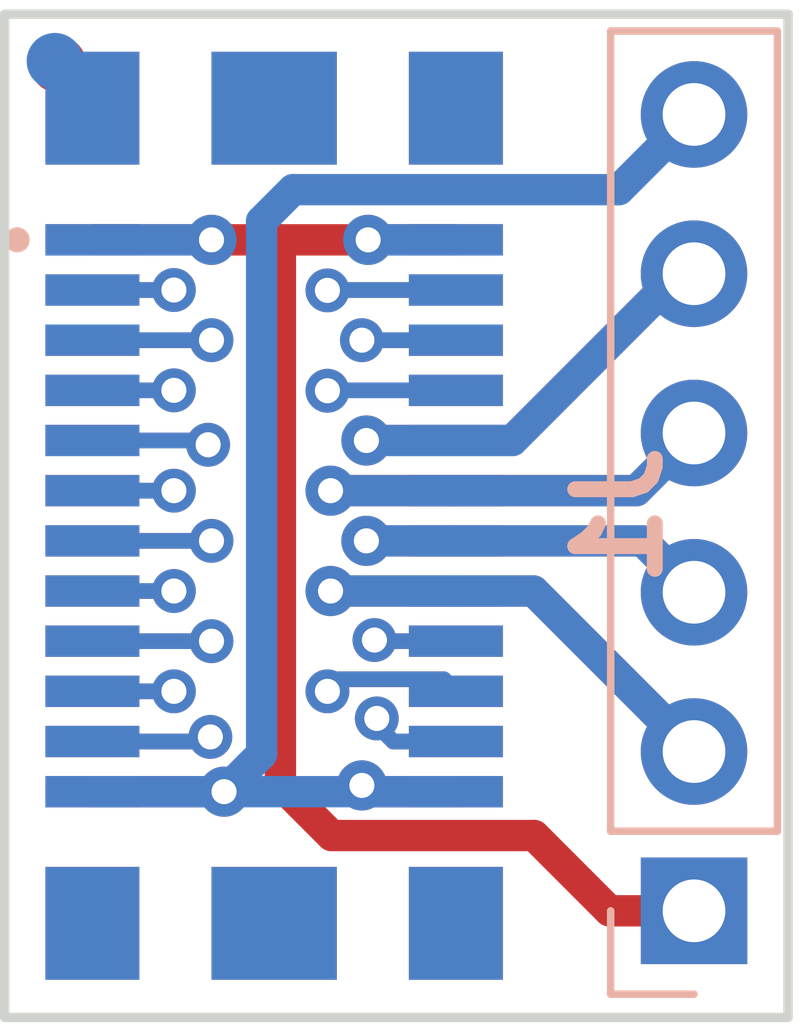
<source format=kicad_pcb>
(kicad_pcb (version 20190907) (host pcbnew "(5.99.0-375-g4460af5be-dirty)+6.0.0~dev1-1")

  (general
    (thickness 1.6)
    (drawings 4)
    (tracks 124)
    (modules 3)
    (nets 23)
  )

  (page "A4")
  (layers
    (0 "F.Cu" signal)
    (31 "B.Cu" signal)
    (32 "B.Adhes" user)
    (33 "F.Adhes" user)
    (34 "B.Paste" user)
    (35 "F.Paste" user)
    (36 "B.SilkS" user)
    (37 "F.SilkS" user)
    (38 "B.Mask" user)
    (39 "F.Mask" user)
    (40 "Dwgs.User" user)
    (41 "Cmts.User" user)
    (42 "Eco1.User" user)
    (43 "Eco2.User" user)
    (44 "Edge.Cuts" user)
    (45 "Margin" user)
    (46 "B.CrtYd" user)
    (47 "F.CrtYd" user)
    (48 "B.Fab" user)
    (49 "F.Fab" user)
  )

  (setup
    (stackup
      (layer "F.SilkS" (type "Top Silk Screen"))
      (layer "F.Paste" (type "Top Solder Paste"))
      (layer "F.Mask" (type "Top Solder Mask") (thickness 0.01) (color "Green"))
      (layer "F.Cu" (type "copper") (thickness 0.035))
      (layer "dielectric 1" (type "core") (thickness 1.51) (material "FR4") (epsilon_r 4.5) (loss_tangent 0.02))
      (layer "B.Cu" (type "copper") (thickness 0.035))
      (layer "B.Mask" (type "Bottom Solder Mask") (thickness 0.01) (color "Green"))
      (layer "B.Paste" (type "Bottom Solder Paste"))
      (layer "B.SilkS" (type "Bottom Silk Screen"))
      (copper_finish "None")
      (dielectric_constraints no)
    )
    (last_trace_width 0.25)
    (user_trace_width 0.25)
    (user_trace_width 0.5)
    (trace_clearance 0.15)
    (zone_clearance 0.254)
    (zone_45_only no)
    (trace_min 0.2)
    (via_size 0.7)
    (via_drill 0.4)
    (via_min_size 0.4)
    (via_min_drill 0.3)
    (uvia_size 0.3)
    (uvia_drill 0.1)
    (uvias_allowed no)
    (uvia_min_size 0.2)
    (uvia_min_drill 0.1)
    (max_error 0.005)
    (defaults
      (edge_clearance 0.01)
      (edge_cuts_line_width 0.15)
      (courtyard_line_width 0.05)
      (copper_line_width 0.2)
      (copper_text_dims (size 1.5 1.5) (thickness 0.3))
      (silk_line_width 0.15)
      (silk_text_dims (size 1 1) (thickness 0.15))
      (other_layers_line_width 0.1)
      (other_layers_text_dims (size 1 1) (thickness 0.15))
    )
    (pad_size 0.3 0.42)
    (pad_drill 0)
    (pad_to_mask_clearance 0.051)
    (solder_mask_min_width 0.25)
    (aux_axis_origin 0 0)
    (grid_origin 145 137.2)
    (visible_elements FFFFFF7F)
    (pcbplotparams
      (layerselection 0x010fc_ffffffff)
      (usegerberextensions false)
      (usegerberattributes false)
      (usegerberadvancedattributes false)
      (creategerberjobfile false)
      (excludeedgelayer true)
      (linewidth 0.100000)
      (plotframeref false)
      (viasonmask false)
      (mode 1)
      (useauxorigin false)
      (hpglpennumber 1)
      (hpglpenspeed 20)
      (hpglpendiameter 15.000000)
      (psnegative false)
      (psa4output false)
      (plotreference true)
      (plotvalue true)
      (plotinvisibletext false)
      (padsonsilk false)
      (subtractmaskfromsilk false)
      (outputformat 1)
      (mirror false)
      (drillshape 1)
      (scaleselection 1)
      (outputdirectory "")
    )
  )

  (net 0 "")
  (net 1 "Net-(J1-Pad7)")
  (net 2 "Net-(J1-Pad11)")
  (net 3 "Net-(J1-Pad9)")
  (net 4 "+12V")
  (net 5 "GND")
  (net 6 "+24V")
  (net 7 "+5V")
  (net 8 "+3V3")
  (net 9 "Net-(J1-Pad3)")
  (net 10 "Net-(J1-Pad4)")
  (net 11 "Net-(J1-Pad5)")
  (net 12 "Net-(J1-Pad6)")
  (net 13 "Net-(J1-Pad8)")
  (net 14 "Net-(J1-Pad13)")
  (net 15 "Net-(J1-Pad15)")
  (net 16 "Net-(J1-Pad17)")
  (net 17 "Net-(J1-Pad18)")
  (net 18 "Net-(J1-Pad19)")
  (net 19 "Net-(J1-Pad20)")
  (net 20 "Net-(J1-Pad21)")
  (net 21 "Net-(J1-Pad22)")
  (net 22 "GNDPWR")

  (net_class "Default" "This is the default net class."
    (clearance 0.15)
    (trace_width 0.25)
    (via_dia 0.7)
    (via_drill 0.4)
    (uvia_dia 0.3)
    (uvia_drill 0.1)
    (add_net "Net-(J1-Pad11)")
    (add_net "Net-(J1-Pad13)")
    (add_net "Net-(J1-Pad15)")
    (add_net "Net-(J1-Pad17)")
    (add_net "Net-(J1-Pad18)")
    (add_net "Net-(J1-Pad19)")
    (add_net "Net-(J1-Pad20)")
    (add_net "Net-(J1-Pad21)")
    (add_net "Net-(J1-Pad22)")
    (add_net "Net-(J1-Pad3)")
    (add_net "Net-(J1-Pad4)")
    (add_net "Net-(J1-Pad5)")
    (add_net "Net-(J1-Pad6)")
    (add_net "Net-(J1-Pad7)")
    (add_net "Net-(J1-Pad8)")
    (add_net "Net-(J1-Pad9)")
  )

  (net_class "Power" ""
    (clearance 0.15)
    (trace_width 0.5)
    (via_dia 0.8)
    (via_drill 0.4)
    (uvia_dia 0.3)
    (uvia_drill 0.1)
    (add_net "+12V")
    (add_net "+24V")
    (add_net "+3V3")
    (add_net "+5V")
    (add_net "GND")
    (add_net "GNDPWR")
  )

  (module "localstuff:TE_1775014_socket" (layer "F.Cu") (tedit 5E05E889) (tstamp 5DB9546B)
    (at 52.8 61.2 -90)
    (descr "TE Connectivity 1775014 0.8mm connector")
    (tags "Connector")
    (path "/5CC3E238")
    (fp_text reference "J2" (at 0 -5.5 90) (layer "F.SilkS") hide
      (effects (font (size 1.27 1.27) (thickness 0.254)))
    )
    (fp_text value "Moat_Bus_wire" (at 0 0 90) (layer "F.SilkS") hide
      (effects (font (size 1.27 1.27) (thickness 0.254)))
    )
    (fp_arc (start -4.4 4.1) (end -4.3 4.1) (angle -180) (layer "F.SilkS") (width 0.2))
    (fp_arc (start -4.4 4.1) (end -4.5 4.1) (angle -180) (layer "F.SilkS") (width 0.2))
    (fp_line (start -4.3 4.1) (end -4.3 4.1) (layer "F.SilkS") (width 0.2))
    (fp_line (start -4.5 4.1) (end -4.5 4.1) (layer "F.SilkS") (width 0.2))
    (fp_line (start -6.9 3.15) (end -6.9 -3.15) (layer "F.Fab") (width 0.2))
    (fp_line (start 6.9 3.15) (end -6.9 3.15) (layer "F.Fab") (width 0.2))
    (fp_line (start 6.9 -3.15) (end 6.9 3.15) (layer "F.Fab") (width 0.2))
    (fp_line (start -6.9 -3.15) (end 6.9 -3.15) (layer "F.Fab") (width 0.2))
    (fp_text user "%R" (at -8.75 3.4 180) (layer "F.Fab") hide
      (effects (font (size 1.27 1.27) (thickness 0.254)))
    )
    (fp_line (start -7.5 -3.8) (end -7.5 3.8) (layer "F.CrtYd") (width 0.1))
    (fp_line (start -7.5 3.8) (end 7.5 3.8) (layer "F.CrtYd") (width 0.1))
    (fp_line (start 7.5 3.8) (end 7.5 -3.8) (layer "F.CrtYd") (width 0.1))
    (fp_line (start 7.5 -3.8) (end -7.5 -3.8) (layer "F.CrtYd") (width 0.1))
    (fp_circle (center -7.2 3.45) (end -6.9 3.45) (layer "F.Cu") (width 0.3))
    (fp_text user "1" (at -8.1 2.5 90) (layer "F.SilkS") hide
      (effects (font (size 1 1) (thickness 0.15)))
    )
    (pad "1" smd rect (at -4.4 2.9 270) (size 0.5 1.5) (layers "F.Cu" "F.Paste" "F.Mask")
      (net 5 "GND"))
    (pad "2" smd rect (at -4.4 -2.9 270) (size 0.5 1.5) (layers "F.Cu" "F.Paste" "F.Mask")
      (net 5 "GND"))
    (pad "3" smd rect (at -3.6 2.9 270) (size 0.5 1.5) (layers "F.Cu" "F.Paste" "F.Mask")
      (net 9 "Net-(J1-Pad3)"))
    (pad "4" smd rect (at -3.6 -2.9 270) (size 0.5 1.5) (layers "F.Cu" "F.Paste" "F.Mask")
      (net 10 "Net-(J1-Pad4)"))
    (pad "5" smd rect (at -2.8 2.9 270) (size 0.5 1.5) (layers "F.Cu" "F.Paste" "F.Mask")
      (net 11 "Net-(J1-Pad5)"))
    (pad "6" smd rect (at -2.8 -2.9 270) (size 0.5 1.5) (layers "F.Cu" "F.Paste" "F.Mask")
      (net 12 "Net-(J1-Pad6)"))
    (pad "7" smd rect (at -2 2.9 270) (size 0.5 1.5) (layers "F.Cu" "F.Paste" "F.Mask")
      (net 1 "Net-(J1-Pad7)"))
    (pad "8" smd rect (at -2 -2.9 270) (size 0.5 1.5) (layers "F.Cu" "F.Paste" "F.Mask")
      (net 13 "Net-(J1-Pad8)"))
    (pad "9" smd rect (at -1.2 2.9 270) (size 0.5 1.5) (layers "F.Cu" "F.Paste" "F.Mask")
      (net 3 "Net-(J1-Pad9)"))
    (pad "10" smd rect (at -1.2 -2.9 270) (size 0.5 1.5) (layers "F.Cu" "F.Paste" "F.Mask")
      (net 6 "+24V"))
    (pad "11" smd rect (at -0.4 2.9 270) (size 0.5 1.5) (layers "F.Cu" "F.Paste" "F.Mask")
      (net 2 "Net-(J1-Pad11)"))
    (pad "12" smd rect (at -0.4 -2.9 270) (size 0.5 1.5) (layers "F.Cu" "F.Paste" "F.Mask")
      (net 4 "+12V"))
    (pad "13" smd rect (at 0.4 2.9 270) (size 0.5 1.5) (layers "F.Cu" "F.Paste" "F.Mask")
      (net 14 "Net-(J1-Pad13)"))
    (pad "14" smd rect (at 0.4 -2.9 270) (size 0.5 1.5) (layers "F.Cu" "F.Paste" "F.Mask")
      (net 7 "+5V"))
    (pad "15" smd rect (at 1.2 2.9 270) (size 0.5 1.5) (layers "F.Cu" "F.Paste" "F.Mask")
      (net 15 "Net-(J1-Pad15)"))
    (pad "16" smd rect (at 1.2 -2.9 270) (size 0.5 1.5) (layers "F.Cu" "F.Paste" "F.Mask")
      (net 8 "+3V3"))
    (pad "17" smd rect (at 2 2.9 270) (size 0.5 1.5) (layers "F.Cu" "F.Paste" "F.Mask")
      (net 16 "Net-(J1-Pad17)"))
    (pad "18" smd rect (at 2 -2.9 270) (size 0.5 1.5) (layers "F.Cu" "F.Paste" "F.Mask")
      (net 17 "Net-(J1-Pad18)"))
    (pad "19" smd rect (at 2.8 2.9 270) (size 0.5 1.5) (layers "F.Cu" "F.Paste" "F.Mask")
      (net 18 "Net-(J1-Pad19)"))
    (pad "20" smd rect (at 2.8 -2.9 270) (size 0.5 1.5) (layers "F.Cu" "F.Paste" "F.Mask")
      (net 19 "Net-(J1-Pad20)"))
    (pad "21" smd rect (at 3.6 2.9 270) (size 0.5 1.5) (layers "F.Cu" "F.Paste" "F.Mask")
      (net 20 "Net-(J1-Pad21)"))
    (pad "22" smd rect (at 3.6 -2.9 270) (size 0.5 1.5) (layers "F.Cu" "F.Paste" "F.Mask")
      (net 21 "Net-(J1-Pad22)"))
    (pad "23" smd rect (at 4.4 2.9 270) (size 0.5 1.5) (layers "F.Cu" "F.Paste" "F.Mask")
      (net 22 "GNDPWR"))
    (pad "24" smd rect (at 4.4 -2.9 270) (size 0.5 1.5) (layers "F.Cu" "F.Paste" "F.Mask")
      (net 22 "GNDPWR"))
    (pad "MNT" smd rect (at -6.5 2.9) (size 1.5 1.8) (layers "F.Cu" "F.Paste" "F.Mask")
      (solder_paste_margin -0.05) (clearance 0.001))
    (pad "MNT" smd rect (at -6.5 -2.9) (size 1.5 1.8) (layers "F.Cu" "F.Paste" "F.Mask"))
    (pad "MNT" smd rect (at 6.5 2.9) (size 1.5 1.8) (layers "F.Cu" "F.Paste" "F.Mask")
      (solder_paste_margin -0.05) (clearance 0.001))
    (pad "MNT" smd rect (at 6.5 -2.9) (size 1.5 1.8) (layers "F.Cu" "F.Paste" "F.Mask"))
    (pad "MNT" smd rect (at -6.5 0 270) (size 1.8 2) (layers "F.Cu" "F.Paste" "F.Mask"))
    (pad "MNT" smd rect (at 6.5 0 270) (size 1.8 2) (layers "F.Cu" "F.Paste" "F.Mask"))
    (pad "" np_thru_hole circle (at -6.4 1.7 270) (size 0.65 0.65) (drill 0.65) (layers *.Cu *.Mask)
      (clearance 0.01))
    (pad "" np_thru_hole circle (at 6.4 1.7 270) (size 0.65 0.65) (drill 0.65) (layers *.Cu *.Mask)
      (clearance 0.0001))
    (model ":moat3d:1775014-2.stp"
      (offset (xyz 0 0 2.4))
      (scale (xyz 1 1 1))
      (rotate (xyz 0 0 0))
    )
  )

  (module "Connector_PinHeader_2.54mm:PinHeader_1x06_P2.54mm_Vertical" (layer "B.Cu") (tedit 59FED5CC) (tstamp 5DBE6E62)
    (at 59.5 67.5)
    (descr "Through hole straight pin header, 1x06, 2.54mm pitch, single row")
    (tags "Through hole pin header THT 1x06 2.54mm single row")
    (path "/5DC7B9EF")
    (fp_text reference "J3" (at 0 2.33) (layer "B.SilkS") hide
      (effects (font (size 1 1) (thickness 0.15)) (justify mirror))
    )
    (fp_text value "Conn_01x06" (at -2 -6.8 -90) (layer "F.Fab")
      (effects (font (size 1 1) (thickness 0.15)))
    )
    (fp_text user "%R" (at 0 -6.35 -90) (layer "B.Fab")
      (effects (font (size 1 1) (thickness 0.15)) (justify mirror))
    )
    (fp_line (start 1.8 1.8) (end -1.8 1.8) (layer "B.CrtYd") (width 0.05))
    (fp_line (start 1.8 -14.5) (end 1.8 1.8) (layer "B.CrtYd") (width 0.05))
    (fp_line (start -1.8 -14.5) (end 1.8 -14.5) (layer "B.CrtYd") (width 0.05))
    (fp_line (start -1.8 1.8) (end -1.8 -14.5) (layer "B.CrtYd") (width 0.05))
    (fp_line (start -1.33 1.33) (end 0 1.33) (layer "B.SilkS") (width 0.12))
    (fp_line (start -1.33 0) (end -1.33 1.33) (layer "B.SilkS") (width 0.12))
    (fp_line (start -1.33 -1.27) (end 1.33 -1.27) (layer "B.SilkS") (width 0.12))
    (fp_line (start 1.33 -1.27) (end 1.33 -14.03) (layer "B.SilkS") (width 0.12))
    (fp_line (start -1.33 -1.27) (end -1.33 -14.03) (layer "B.SilkS") (width 0.12))
    (fp_line (start -1.33 -14.03) (end 1.33 -14.03) (layer "B.SilkS") (width 0.12))
    (fp_line (start -1.27 0.635) (end -0.635 1.27) (layer "B.Fab") (width 0.1))
    (fp_line (start -1.27 -13.97) (end -1.27 0.635) (layer "B.Fab") (width 0.1))
    (fp_line (start 1.27 -13.97) (end -1.27 -13.97) (layer "B.Fab") (width 0.1))
    (fp_line (start 1.27 1.27) (end 1.27 -13.97) (layer "B.Fab") (width 0.1))
    (fp_line (start -0.635 1.27) (end 1.27 1.27) (layer "B.Fab") (width 0.1))
    (pad "6" thru_hole oval (at 0 -12.7) (size 1.7 1.7) (drill 1) (layers *.Cu *.Mask)
      (net 22 "GNDPWR"))
    (pad "5" thru_hole oval (at 0 -10.16) (size 1.7 1.7) (drill 1) (layers *.Cu *.Mask)
      (net 6 "+24V"))
    (pad "4" thru_hole oval (at 0 -7.62) (size 1.7 1.7) (drill 1) (layers *.Cu *.Mask)
      (net 4 "+12V"))
    (pad "3" thru_hole oval (at 0 -5.08) (size 1.7 1.7) (drill 1) (layers *.Cu *.Mask)
      (net 7 "+5V"))
    (pad "2" thru_hole oval (at 0 -2.54) (size 1.7 1.7) (drill 1) (layers *.Cu *.Mask)
      (net 8 "+3V3"))
    (pad "1" thru_hole rect (at 0 0) (size 1.7 1.7) (drill 1) (layers *.Cu *.Mask)
      (net 5 "GND"))
    (model "${KISYS3DMOD}/Connector_PinHeader_2.54mm.3dshapes/PinHeader_1x06_P2.54mm_Vertical.wrl"
      (at (xyz 0 0 0))
      (scale (xyz 1 1 1))
      (rotate (xyz 0 0 0))
    )
  )

  (module "localstuff:TE_1775013_plug" (layer "B.Cu") (tedit 5DCACBE6) (tstamp 5DBE6DE5)
    (at 52.8 61.2 90)
    (descr "1775015_socket")
    (tags "Connector")
    (path "/5DC723A0")
    (fp_text reference "J1" (at 0 5.5 90) (layer "B.SilkS")
      (effects (font (size 1.27 1.27) (thickness 0.254)) (justify mirror))
    )
    (fp_text value "Moat_Bus_device" (at 0 0 90) (layer "B.SilkS") hide
      (effects (font (size 1.27 1.27) (thickness 0.254)) (justify mirror))
    )
    (fp_arc (start 4.4 -4.1) (end 4.3 -4.1) (angle -180) (layer "B.SilkS") (width 0.2))
    (fp_arc (start 4.4 -4.1) (end 4.5 -4.1) (angle -180) (layer "B.SilkS") (width 0.2))
    (fp_line (start 4.3 -4.1) (end 4.3 -4.1) (layer "B.SilkS") (width 0.2))
    (fp_line (start 4.5 -4.1) (end 4.5 -4.1) (layer "B.SilkS") (width 0.2))
    (fp_line (start 6.9 -3.15) (end 6.9 3.15) (layer "B.Fab") (width 0.2))
    (fp_line (start -6.9 -3.15) (end 6.9 -3.15) (layer "B.Fab") (width 0.2))
    (fp_line (start -6.9 3.15) (end -6.9 -3.15) (layer "B.Fab") (width 0.2))
    (fp_line (start 6.9 3.15) (end -6.9 3.15) (layer "B.Fab") (width 0.2))
    (fp_text user "%R" (at 0 5.5 90) (layer "B.Fab")
      (effects (font (size 1.27 1.27) (thickness 0.254)) (justify mirror))
    )
    (fp_line (start 7.5 3.8) (end 7.5 -3.8) (layer "B.CrtYd") (width 0.1))
    (fp_line (start 7.5 -3.8) (end -7.5 -3.8) (layer "B.CrtYd") (width 0.1))
    (fp_line (start -7.5 -3.8) (end -7.5 3.8) (layer "B.CrtYd") (width 0.1))
    (fp_line (start -7.5 3.8) (end 7.5 3.8) (layer "B.CrtYd") (width 0.1))
    (fp_text user "1" (at 8.255 -3.175 90) (layer "B.SilkS") hide
      (effects (font (size 1 1) (thickness 0.15)) (justify mirror))
    )
    (fp_circle (center 7.25 -3.5) (end 7.55 -3.5) (layer "B.Cu") (width 0.3))
    (pad "1" smd rect (at 4.4 -2.9 90) (size 0.5 1.5) (layers "B.Cu" "B.Paste" "B.Mask")
      (net 5 "GND"))
    (pad "2" smd rect (at 4.4 2.9 90) (size 0.5 1.5) (layers "B.Cu" "B.Paste" "B.Mask")
      (net 5 "GND"))
    (pad "3" smd rect (at 3.6 -2.9 90) (size 0.5 1.5) (layers "B.Cu" "B.Paste" "B.Mask")
      (net 9 "Net-(J1-Pad3)"))
    (pad "4" smd rect (at 3.6 2.9 90) (size 0.5 1.5) (layers "B.Cu" "B.Paste" "B.Mask")
      (net 10 "Net-(J1-Pad4)"))
    (pad "5" smd rect (at 2.8 -2.9 90) (size 0.5 1.5) (layers "B.Cu" "B.Paste" "B.Mask")
      (net 11 "Net-(J1-Pad5)"))
    (pad "6" smd rect (at 2.8 2.9 90) (size 0.5 1.5) (layers "B.Cu" "B.Paste" "B.Mask")
      (net 12 "Net-(J1-Pad6)"))
    (pad "7" smd rect (at 2 -2.9 90) (size 0.5 1.5) (layers "B.Cu" "B.Paste" "B.Mask")
      (net 1 "Net-(J1-Pad7)"))
    (pad "8" smd rect (at 2 2.9 90) (size 0.5 1.5) (layers "B.Cu" "B.Paste" "B.Mask")
      (net 13 "Net-(J1-Pad8)"))
    (pad "9" smd rect (at 1.2 -2.9 90) (size 0.5 1.5) (layers "B.Cu" "B.Paste" "B.Mask")
      (net 3 "Net-(J1-Pad9)"))
    (pad "10" smd rect (at 1.2 2.9 90) (size 0.5 1.5) (layers "B.Cu" "B.Paste" "B.Mask")
      (net 6 "+24V"))
    (pad "11" smd rect (at 0.4 -2.9 90) (size 0.5 1.5) (layers "B.Cu" "B.Paste" "B.Mask")
      (net 2 "Net-(J1-Pad11)"))
    (pad "12" smd rect (at 0.4 2.9 90) (size 0.5 1.5) (layers "B.Cu" "B.Paste" "B.Mask")
      (net 4 "+12V"))
    (pad "13" smd rect (at -0.4 -2.9 90) (size 0.5 1.5) (layers "B.Cu" "B.Paste" "B.Mask")
      (net 14 "Net-(J1-Pad13)"))
    (pad "14" smd rect (at -0.4 2.9 90) (size 0.5 1.5) (layers "B.Cu" "B.Paste" "B.Mask")
      (net 7 "+5V"))
    (pad "15" smd rect (at -1.2 -2.9 90) (size 0.5 1.5) (layers "B.Cu" "B.Paste" "B.Mask")
      (net 15 "Net-(J1-Pad15)"))
    (pad "16" smd rect (at -1.2 2.9 90) (size 0.5 1.5) (layers "B.Cu" "B.Paste" "B.Mask")
      (net 8 "+3V3"))
    (pad "17" smd rect (at -2 -2.9 90) (size 0.5 1.5) (layers "B.Cu" "B.Paste" "B.Mask")
      (net 16 "Net-(J1-Pad17)"))
    (pad "18" smd rect (at -2 2.9 90) (size 0.5 1.5) (layers "B.Cu" "B.Paste" "B.Mask")
      (net 17 "Net-(J1-Pad18)"))
    (pad "19" smd rect (at -2.8 -2.9 90) (size 0.5 1.5) (layers "B.Cu" "B.Paste" "B.Mask")
      (net 18 "Net-(J1-Pad19)"))
    (pad "20" smd rect (at -2.8 2.9 90) (size 0.5 1.5) (layers "B.Cu" "B.Paste" "B.Mask")
      (net 19 "Net-(J1-Pad20)"))
    (pad "21" smd rect (at -3.6 -2.9 90) (size 0.5 1.5) (layers "B.Cu" "B.Paste" "B.Mask")
      (net 20 "Net-(J1-Pad21)"))
    (pad "22" smd rect (at -3.6 2.9 90) (size 0.5 1.5) (layers "B.Cu" "B.Paste" "B.Mask")
      (net 21 "Net-(J1-Pad22)"))
    (pad "23" smd rect (at -4.4 -2.9 90) (size 0.5 1.5) (layers "B.Cu" "B.Paste" "B.Mask")
      (net 22 "GNDPWR"))
    (pad "24" smd rect (at -4.4 2.9 90) (size 0.5 1.5) (layers "B.Cu" "B.Paste" "B.Mask")
      (net 22 "GNDPWR"))
    (pad "MNT" smd rect (at 6.5 -2.9 180) (size 1.5 1.8) (layers "B.Cu" "B.Paste" "B.Mask"))
    (pad "MNT" smd rect (at 6.5 2.9 180) (size 1.5 1.8) (layers "B.Cu" "B.Paste" "B.Mask"))
    (pad "MNT" smd rect (at -6.5 -2.9 180) (size 1.5 1.8) (layers "B.Cu" "B.Paste" "B.Mask"))
    (pad "MNT" smd rect (at -6.5 2.9 180) (size 1.5 1.8) (layers "B.Cu" "B.Paste" "B.Mask"))
    (pad "MNT" smd rect (at 6.5 0 90) (size 1.8 2) (layers "B.Cu" "B.Paste" "B.Mask"))
    (pad "MNT" smd rect (at -6.5 0 90) (size 1.8 2) (layers "B.Cu" "B.Paste" "B.Mask"))
    (pad "" np_thru_hole circle (at 6.4 -1.7 90) (size 0.65 0.65) (drill 0.65) (layers *.Cu *.Mask))
    (pad "" np_thru_hole circle (at -6.4 -1.7 90) (size 0.65 0.65) (drill 0.65) (layers *.Cu *.Mask))
    (model ":moat3d:1775013-2.stp"
      (offset (xyz 0 0 2.4))
      (scale (xyz 1 1 1))
      (rotate (xyz 0 0 0))
    )
  )

  (gr_line (start 48.5 69.2) (end 48.5 53.2) (layer "Edge.Cuts") (width 0.15) (tstamp 5DBE74AE))
  (gr_line (start 61 69.2) (end 48.5 69.2) (layer "Edge.Cuts") (width 0.15))
  (gr_line (start 61 53.2) (end 61 69.2) (layer "Edge.Cuts") (width 0.15))
  (gr_line (start 48.5 53.2) (end 61 53.2) (layer "Edge.Cuts") (width 0.15))

  (segment (start 51.2 64) (end 49.9 64) (width 0.25) (layer "F.Cu") (net 18))
  (segment (start 49.9 64) (end 51.2 64) (width 0.25) (layer "B.Cu") (net 18))
  (via (at 51.2 64) (size 0.7) (drill 0.4) (layers "F.Cu" "B.Cu") (net 18))
  (segment (start 51.8 63.2) (end 49.9 63.2) (width 0.25) (layer "B.Cu") (net 16))
  (segment (start 49.9 63.2) (end 51.8 63.2) (width 0.25) (layer "F.Cu") (net 16))
  (via (at 51.8 63.2) (size 0.7) (drill 0.4) (layers "F.Cu" "B.Cu") (net 16))
  (segment (start 51.2 62.4) (end 49.9 62.4) (width 0.25) (layer "F.Cu") (net 15))
  (segment (start 49.9 62.4) (end 51.2 62.4) (width 0.25) (layer "B.Cu") (net 15))
  (via (at 51.2 62.4) (size 0.7) (drill 0.4) (layers "F.Cu" "B.Cu") (net 15))
  (segment (start 51.8 61.6) (end 49.9 61.6) (width 0.25) (layer "B.Cu") (net 14))
  (segment (start 49.9 61.6) (end 51.8 61.6) (width 0.25) (layer "F.Cu") (net 14))
  (via (at 51.8 61.6) (size 0.7) (drill 0.4) (layers "F.Cu" "B.Cu") (net 14))
  (segment (start 54.2 58.4) (end 55.7 58.4) (width 0.25) (layer "F.Cu") (net 12))
  (segment (start 55.7 58.4) (end 54.2 58.4) (width 0.25) (layer "B.Cu") (net 12))
  (via (at 54.2 58.4) (size 0.7) (drill 0.4) (layers "F.Cu" "B.Cu") (net 12))
  (segment (start 51.8 58.4) (end 49.9 58.4) (width 0.25) (layer "F.Cu") (net 11))
  (segment (start 49.9 58.4) (end 51.8 58.4) (width 0.25) (layer "B.Cu") (net 11))
  (via (at 51.8 58.4) (size 0.7) (drill 0.4) (layers "F.Cu" "B.Cu") (net 11))
  (segment (start 51.2 57.6) (end 49.9 57.6) (width 0.25) (layer "B.Cu") (net 9))
  (segment (start 49.9 57.6) (end 51.2 57.6) (width 0.25) (layer "F.Cu") (net 9))
  (via (at 51.2 57.6) (size 0.7) (drill 0.4) (layers "F.Cu" "B.Cu") (net 9))
  (segment (start 54.271752 61.6) (end 55.7 61.6) (width 0.5) (layer "F.Cu") (net 7))
  (segment (start 55.7 61.6) (end 54.271752 61.6) (width 0.5) (layer "B.Cu") (net 7))
  (via (at 54.271752 61.6) (size 0.8) (drill 0.4) (layers "F.Cu" "B.Cu") (net 7))
  (segment (start 55.45001 60) (end 55.7 60) (width 0.5) (layer "F.Cu") (net 6))
  (segment (start 54.271752 60) (end 55.45001 60) (width 0.5) (layer "F.Cu") (net 6))
  (segment (start 55.7 60) (end 54.271752 60) (width 0.5) (layer "B.Cu") (net 6))
  (via (at 54.271752 60) (size 0.8) (drill 0.4) (layers "F.Cu" "B.Cu") (net 6))
  (segment (start 51.2 60.8) (end 49.9 60.8) (width 0.25) (layer "F.Cu") (net 2))
  (segment (start 49.9 60.8) (end 51.2 60.8) (width 0.25) (layer "B.Cu") (net 2))
  (via (at 51.2 60.8) (size 0.7) (drill 0.4) (layers "F.Cu" "B.Cu") (net 2))
  (segment (start 51.2 59.2) (end 49.9 59.2) (width 0.25) (layer "B.Cu") (net 1))
  (segment (start 49.9 59.2) (end 51.2 59.2) (width 0.25) (layer "F.Cu") (net 1))
  (via (at 51.2 59.2) (size 0.7) (drill 0.4) (layers "F.Cu" "B.Cu") (net 1))
  (segment (start 59.26 57.34) (end 59.5 57.34) (width 0.5) (layer "B.Cu") (net 6))
  (segment (start 55.7 60) (end 56.6 60) (width 0.5) (layer "B.Cu") (net 6))
  (segment (start 56.6 60) (end 59.26 57.34) (width 0.5) (layer "B.Cu") (net 6))
  (segment (start 58.58 60.8) (end 59.5 59.88) (width 0.5) (layer "B.Cu") (net 4))
  (segment (start 55.7 60.8) (end 58.58 60.8) (width 0.5) (layer "B.Cu") (net 4))
  (segment (start 58.68 61.6) (end 59.5 62.42) (width 0.5) (layer "B.Cu") (net 7))
  (segment (start 55.7 61.6) (end 58.68 61.6) (width 0.5) (layer "B.Cu") (net 7))
  (segment (start 56.94 62.4) (end 55.7 62.4) (width 0.5) (layer "B.Cu") (net 8))
  (segment (start 59.5 64.96) (end 56.94 62.4) (width 0.5) (layer "B.Cu") (net 8))
  (segment (start 59.26 57.34) (end 59.5 57.34) (width 0.5) (layer "F.Cu") (net 6))
  (segment (start 55.7 60) (end 56.6 60) (width 0.5) (layer "F.Cu") (net 6))
  (segment (start 56.6 60) (end 59.26 57.34) (width 0.5) (layer "F.Cu") (net 6))
  (segment (start 58.58 60.8) (end 59.5 59.88) (width 0.5) (layer "F.Cu") (net 4))
  (segment (start 55.7 60.8) (end 58.58 60.8) (width 0.5) (layer "F.Cu") (net 4))
  (segment (start 58.68 61.6) (end 59.5 62.42) (width 0.5) (layer "F.Cu") (net 7))
  (segment (start 55.7 61.6) (end 58.68 61.6) (width 0.5) (layer "F.Cu") (net 7))
  (segment (start 56.94 62.4) (end 59.5 64.96) (width 0.5) (layer "F.Cu") (net 8))
  (segment (start 55.7 62.4) (end 56.94 62.4) (width 0.5) (layer "F.Cu") (net 8))
  (via (at 51.781715 64.72686) (size 0.7) (drill 0.4) (layers "F.Cu" "B.Cu") (net 20))
  (segment (start 51.708575 64.8) (end 51.781715 64.72686) (width 0.25) (layer "B.Cu") (net 20))
  (segment (start 51.708575 64.8) (end 51.781715 64.72686) (width 0.25) (layer "F.Cu") (net 20))
  (segment (start 49.9 64.8) (end 51.708575 64.8) (width 0.25) (layer "B.Cu") (net 20))
  (via (at 52 65.6) (size 0.8) (drill 0.4) (layers "F.Cu" "B.Cu") (net 22))
  (segment (start 49.9 64.8) (end 51.708575 64.8) (width 0.25) (layer "F.Cu") (net 20))
  (via (at 53.65001 59.206128) (size 0.7) (drill 0.4) (layers "F.Cu" "B.Cu") (net 13))
  (segment (start 55.7 62.4) (end 53.70001 62.4) (width 0.5) (layer "F.Cu") (net 8))
  (segment (start 49.9 60) (end 51.678627 60) (width 0.25) (layer "B.Cu") (net 3))
  (segment (start 51.678627 60) (end 51.746283 60.067656) (width 0.25) (layer "B.Cu") (net 3))
  (segment (start 51.678627 60) (end 51.746283 60.067656) (width 0.25) (layer "F.Cu") (net 3))
  (segment (start 55.7 59.2) (end 53.656138 59.2) (width 0.25) (layer "F.Cu") (net 13))
  (via (at 53.65001 64) (size 0.7) (drill 0.4) (layers "F.Cu" "B.Cu") (net 19))
  (segment (start 53.656138 57.6) (end 53.65001 57.606128) (width 0.25) (layer "B.Cu") (net 10))
  (segment (start 55.7 62.4) (end 53.70001 62.4) (width 0.5) (layer "B.Cu") (net 8))
  (segment (start 53.656138 59.2) (end 53.65001 59.206128) (width 0.25) (layer "B.Cu") (net 13))
  (segment (start 55.7 60.8) (end 53.70001 60.8) (width 0.5) (layer "B.Cu") (net 4))
  (segment (start 53.656138 57.6) (end 53.65001 57.606128) (width 0.25) (layer "F.Cu") (net 10))
  (via (at 53.65001 57.606128) (size 0.7) (drill 0.4) (layers "F.Cu" "B.Cu") (net 10))
  (segment (start 53.656138 59.2) (end 53.65001 59.206128) (width 0.25) (layer "F.Cu") (net 13))
  (via (at 51.746283 60.067656) (size 0.7) (drill 0.4) (layers "F.Cu" "B.Cu") (net 3))
  (segment (start 49.9 56.8) (end 52.9 56.8) (width 0.5) (layer "F.Cu") (net 5))
  (segment (start 55.7 60.8) (end 53.70001 60.8) (width 0.5) (layer "F.Cu") (net 4))
  (segment (start 55.7 57.6) (end 53.656138 57.6) (width 0.25) (layer "B.Cu") (net 10))
  (via (at 53.70001 62.4) (size 0.8) (drill 0.4) (layers "F.Cu" "B.Cu") (net 8))
  (via (at 53.70001 60.8) (size 0.8) (drill 0.4) (layers "F.Cu" "B.Cu") (net 4))
  (segment (start 55.7 57.6) (end 53.656138 57.6) (width 0.25) (layer "F.Cu") (net 10))
  (segment (start 55.7 59.2) (end 53.656138 59.2) (width 0.25) (layer "B.Cu") (net 13))
  (segment (start 49.9 60) (end 51.678627 60) (width 0.25) (layer "F.Cu") (net 3))
  (segment (start 55.7 63.2) (end 54.417972 63.2) (width 0.25) (layer "F.Cu") (net 17))
  (segment (start 55.507038 63.807038) (end 53.842972 63.807038) (width 0.25) (layer "F.Cu") (net 19))
  (segment (start 54.7 64.8) (end 54.438049 64.538049) (width 0.25) (layer "B.Cu") (net 21))
  (via (at 54.438049 64.43204) (size 0.7) (drill 0.4) (layers "F.Cu" "B.Cu") (net 21))
  (segment (start 53.842971 63.807039) (end 53.65001 64) (width 0.25) (layer "B.Cu") (net 19))
  (segment (start 54.7 64.8) (end 54.438049 64.538049) (width 0.25) (layer "F.Cu") (net 21))
  (segment (start 55.7 63.2) (end 54.417972 63.2) (width 0.25) (layer "B.Cu") (net 17))
  (segment (start 54.417972 63.2) (end 54.4 63.182028) (width 0.25) (layer "B.Cu") (net 17))
  (segment (start 54.417972 63.2) (end 54.4 63.182028) (width 0.25) (layer "F.Cu") (net 17))
  (segment (start 54.438049 64.538049) (end 54.438049 64.43204) (width 0.25) (layer "B.Cu") (net 21))
  (segment (start 53.842972 63.807038) (end 53.65001 64) (width 0.25) (layer "F.Cu") (net 19))
  (segment (start 55.7 64) (end 55.507039 63.807039) (width 0.25) (layer "B.Cu") (net 19))
  (segment (start 55.507039 63.807039) (end 53.842971 63.807039) (width 0.25) (layer "B.Cu") (net 19))
  (segment (start 55.7 64.8) (end 54.7 64.8) (width 0.25) (layer "F.Cu") (net 21))
  (segment (start 55.7 64.8) (end 54.7 64.8) (width 0.25) (layer "B.Cu") (net 21))
  (segment (start 54.438049 64.538049) (end 54.438049 64.43204) (width 0.25) (layer "F.Cu") (net 21))
  (via (at 54.4 63.182028) (size 0.7) (drill 0.4) (layers "F.Cu" "B.Cu") (net 17))
  (segment (start 55.7 64) (end 55.507038 63.807038) (width 0.25) (layer "F.Cu") (net 19))
  (segment (start 49.9 65.6) (end 52 65.6) (width 0.5) (layer "F.Cu") (net 22))
  (via (at 54.3 56.8) (size 0.8) (drill 0.4) (layers "F.Cu" "B.Cu") (net 5))
  (segment (start 55.7 56.8) (end 54.3 56.8) (width 0.5) (layer "B.Cu") (net 5))
  (segment (start 52.9 56.8) (end 54.3 56.8) (width 0.5) (layer "F.Cu") (net 5))
  (segment (start 53.1 56) (end 52.6 56.5) (width 0.5) (layer "B.Cu") (net 22))
  (segment (start 52.399999 65.200001) (end 52 65.6) (width 0.5) (layer "B.Cu") (net 22))
  (segment (start 59.5 54.8) (end 58.3 56) (width 0.5) (layer "B.Cu") (net 22))
  (segment (start 52.6 56.5) (end 52.6 65) (width 0.5) (layer "B.Cu") (net 22))
  (segment (start 54.3 56.8) (end 55.7 56.8) (width 0.5) (layer "F.Cu") (net 5))
  (segment (start 58.3 56) (end 53.1 56) (width 0.5) (layer "B.Cu") (net 22))
  (segment (start 52.6 65) (end 52.399999 65.200001) (width 0.5) (layer "B.Cu") (net 22))
  (via (at 51.8 56.8) (size 0.8) (drill 0.4) (layers "F.Cu" "B.Cu") (net 5))
  (segment (start 49.9 56.8) (end 51.8 56.8) (width 0.5) (layer "B.Cu") (net 5))
  (segment (start 58.15 67.5) (end 59.5 67.5) (width 0.5) (layer "F.Cu") (net 5))
  (segment (start 55.7 65.6) (end 54.300008 65.6) (width 0.5) (layer "B.Cu") (net 22))
  (segment (start 52.9 56.8) (end 52.9 65.484004) (width 0.5) (layer "F.Cu") (net 5))
  (segment (start 54.300008 65.6) (end 54.2 65.499992) (width 0.5) (layer "F.Cu") (net 22))
  (segment (start 54.099992 65.6) (end 54.2 65.499992) (width 0.5) (layer "B.Cu") (net 22))
  (segment (start 54.300008 65.6) (end 54.2 65.499992) (width 0.5) (layer "B.Cu") (net 22))
  (segment (start 55.7 65.6) (end 54.300008 65.6) (width 0.5) (layer "F.Cu") (net 22))
  (via (at 54.2 65.499992) (size 0.8) (drill 0.4) (layers "F.Cu" "B.Cu") (net 22))
  (segment (start 52.9 65.484004) (end 53.715998 66.300002) (width 0.5) (layer "F.Cu") (net 5))
  (segment (start 49.9 65.6) (end 54.099992 65.6) (width 0.5) (layer "B.Cu") (net 22))
  (segment (start 53.715998 66.300002) (end 56.950002 66.300002) (width 0.5) (layer "F.Cu") (net 5))
  (segment (start 56.950002 66.300002) (end 58.15 67.5) (width 0.5) (layer "F.Cu") (net 5))

)

</source>
